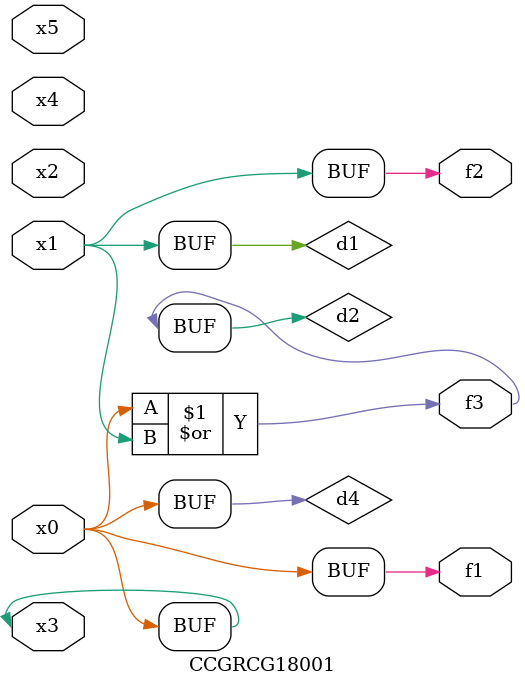
<source format=v>
module CCGRCG18001(
	input x0, x1, x2, x3, x4, x5,
	output f1, f2, f3
);

	wire d1, d2, d3, d4;

	and (d1, x1);
	or (d2, x0, x1);
	nand (d3, x0, x5);
	buf (d4, x0, x3);
	assign f1 = d4;
	assign f2 = d1;
	assign f3 = d2;
endmodule

</source>
